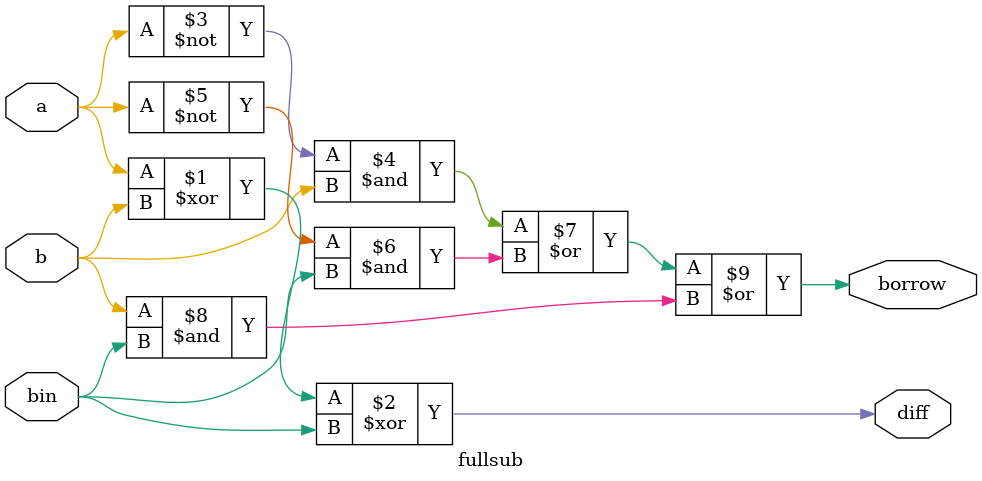
<source format=v>
module fullsub(input a, b, bin,
               output diff, borrow);

// Using dataflow method
assign diff = a ^ b ^ bin;
assign borrow = (~a & b) | (~a & bin) | (b & bin);

endmodule


</source>
